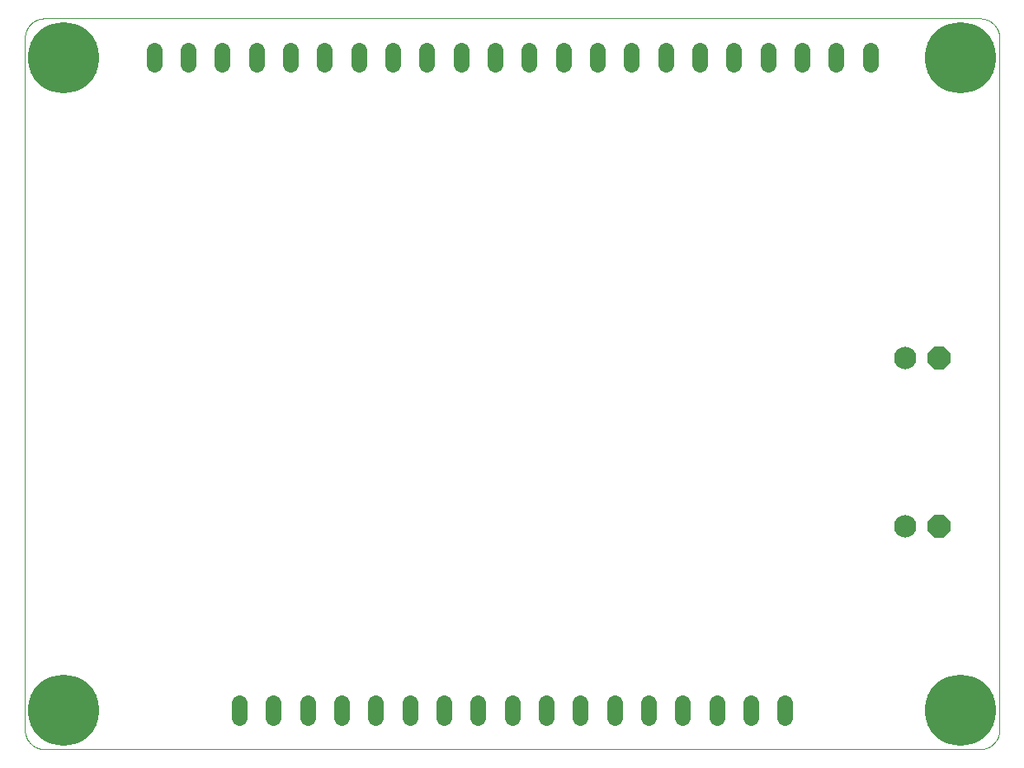
<source format=gbs>
G75*
%MOIN*%
%OFA0B0*%
%FSLAX25Y25*%
%IPPOS*%
%LPD*%
%AMOC8*
5,1,8,0,0,1.08239X$1,22.5*
%
%ADD10C,0.00400*%
%ADD11C,0.09061*%
%ADD12OC8,0.09061*%
%ADD13C,0.06306*%
%ADD14C,0.28746*%
D10*
X0001394Y0009268D02*
X0001394Y0288795D01*
X0001396Y0288985D01*
X0001403Y0289175D01*
X0001415Y0289365D01*
X0001431Y0289555D01*
X0001451Y0289744D01*
X0001477Y0289933D01*
X0001506Y0290121D01*
X0001541Y0290308D01*
X0001580Y0290494D01*
X0001623Y0290679D01*
X0001671Y0290864D01*
X0001723Y0291047D01*
X0001779Y0291228D01*
X0001840Y0291408D01*
X0001906Y0291587D01*
X0001975Y0291764D01*
X0002049Y0291940D01*
X0002127Y0292113D01*
X0002210Y0292285D01*
X0002296Y0292454D01*
X0002386Y0292622D01*
X0002481Y0292787D01*
X0002579Y0292950D01*
X0002682Y0293110D01*
X0002788Y0293268D01*
X0002898Y0293423D01*
X0003011Y0293576D01*
X0003129Y0293726D01*
X0003250Y0293872D01*
X0003374Y0294016D01*
X0003502Y0294157D01*
X0003633Y0294295D01*
X0003768Y0294430D01*
X0003906Y0294561D01*
X0004047Y0294689D01*
X0004191Y0294813D01*
X0004337Y0294934D01*
X0004487Y0295052D01*
X0004640Y0295165D01*
X0004795Y0295275D01*
X0004953Y0295381D01*
X0005113Y0295484D01*
X0005276Y0295582D01*
X0005441Y0295677D01*
X0005609Y0295767D01*
X0005778Y0295853D01*
X0005950Y0295936D01*
X0006123Y0296014D01*
X0006299Y0296088D01*
X0006476Y0296157D01*
X0006655Y0296223D01*
X0006835Y0296284D01*
X0007016Y0296340D01*
X0007199Y0296392D01*
X0007384Y0296440D01*
X0007569Y0296483D01*
X0007755Y0296522D01*
X0007942Y0296557D01*
X0008130Y0296586D01*
X0008319Y0296612D01*
X0008508Y0296632D01*
X0008698Y0296648D01*
X0008888Y0296660D01*
X0009078Y0296667D01*
X0009268Y0296669D01*
X0387220Y0296669D01*
X0387410Y0296667D01*
X0387600Y0296660D01*
X0387790Y0296648D01*
X0387980Y0296632D01*
X0388169Y0296612D01*
X0388358Y0296586D01*
X0388546Y0296557D01*
X0388733Y0296522D01*
X0388919Y0296483D01*
X0389104Y0296440D01*
X0389289Y0296392D01*
X0389472Y0296340D01*
X0389653Y0296284D01*
X0389833Y0296223D01*
X0390012Y0296157D01*
X0390189Y0296088D01*
X0390365Y0296014D01*
X0390538Y0295936D01*
X0390710Y0295853D01*
X0390879Y0295767D01*
X0391047Y0295677D01*
X0391212Y0295582D01*
X0391375Y0295484D01*
X0391535Y0295381D01*
X0391693Y0295275D01*
X0391848Y0295165D01*
X0392001Y0295052D01*
X0392151Y0294934D01*
X0392297Y0294813D01*
X0392441Y0294689D01*
X0392582Y0294561D01*
X0392720Y0294430D01*
X0392855Y0294295D01*
X0392986Y0294157D01*
X0393114Y0294016D01*
X0393238Y0293872D01*
X0393359Y0293726D01*
X0393477Y0293576D01*
X0393590Y0293423D01*
X0393700Y0293268D01*
X0393806Y0293110D01*
X0393909Y0292950D01*
X0394007Y0292787D01*
X0394102Y0292622D01*
X0394192Y0292454D01*
X0394278Y0292285D01*
X0394361Y0292113D01*
X0394439Y0291940D01*
X0394513Y0291764D01*
X0394582Y0291587D01*
X0394648Y0291408D01*
X0394709Y0291228D01*
X0394765Y0291047D01*
X0394817Y0290864D01*
X0394865Y0290679D01*
X0394908Y0290494D01*
X0394947Y0290308D01*
X0394982Y0290121D01*
X0395011Y0289933D01*
X0395037Y0289744D01*
X0395057Y0289555D01*
X0395073Y0289365D01*
X0395085Y0289175D01*
X0395092Y0288985D01*
X0395094Y0288795D01*
X0395094Y0009268D01*
X0395092Y0009078D01*
X0395085Y0008888D01*
X0395073Y0008698D01*
X0395057Y0008508D01*
X0395037Y0008319D01*
X0395011Y0008130D01*
X0394982Y0007942D01*
X0394947Y0007755D01*
X0394908Y0007569D01*
X0394865Y0007384D01*
X0394817Y0007199D01*
X0394765Y0007016D01*
X0394709Y0006835D01*
X0394648Y0006655D01*
X0394582Y0006476D01*
X0394513Y0006299D01*
X0394439Y0006123D01*
X0394361Y0005950D01*
X0394278Y0005778D01*
X0394192Y0005609D01*
X0394102Y0005441D01*
X0394007Y0005276D01*
X0393909Y0005113D01*
X0393806Y0004953D01*
X0393700Y0004795D01*
X0393590Y0004640D01*
X0393477Y0004487D01*
X0393359Y0004337D01*
X0393238Y0004191D01*
X0393114Y0004047D01*
X0392986Y0003906D01*
X0392855Y0003768D01*
X0392720Y0003633D01*
X0392582Y0003502D01*
X0392441Y0003374D01*
X0392297Y0003250D01*
X0392151Y0003129D01*
X0392001Y0003011D01*
X0391848Y0002898D01*
X0391693Y0002788D01*
X0391535Y0002682D01*
X0391375Y0002579D01*
X0391212Y0002481D01*
X0391047Y0002386D01*
X0390879Y0002296D01*
X0390710Y0002210D01*
X0390538Y0002127D01*
X0390365Y0002049D01*
X0390189Y0001975D01*
X0390012Y0001906D01*
X0389833Y0001840D01*
X0389653Y0001779D01*
X0389472Y0001723D01*
X0389289Y0001671D01*
X0389104Y0001623D01*
X0388919Y0001580D01*
X0388733Y0001541D01*
X0388546Y0001506D01*
X0388358Y0001477D01*
X0388169Y0001451D01*
X0387980Y0001431D01*
X0387790Y0001415D01*
X0387600Y0001403D01*
X0387410Y0001396D01*
X0387220Y0001394D01*
X0009268Y0001394D01*
X0009078Y0001396D01*
X0008888Y0001403D01*
X0008698Y0001415D01*
X0008508Y0001431D01*
X0008319Y0001451D01*
X0008130Y0001477D01*
X0007942Y0001506D01*
X0007755Y0001541D01*
X0007569Y0001580D01*
X0007384Y0001623D01*
X0007199Y0001671D01*
X0007016Y0001723D01*
X0006835Y0001779D01*
X0006655Y0001840D01*
X0006476Y0001906D01*
X0006299Y0001975D01*
X0006123Y0002049D01*
X0005950Y0002127D01*
X0005778Y0002210D01*
X0005609Y0002296D01*
X0005441Y0002386D01*
X0005276Y0002481D01*
X0005113Y0002579D01*
X0004953Y0002682D01*
X0004795Y0002788D01*
X0004640Y0002898D01*
X0004487Y0003011D01*
X0004337Y0003129D01*
X0004191Y0003250D01*
X0004047Y0003374D01*
X0003906Y0003502D01*
X0003768Y0003633D01*
X0003633Y0003768D01*
X0003502Y0003906D01*
X0003374Y0004047D01*
X0003250Y0004191D01*
X0003129Y0004337D01*
X0003011Y0004487D01*
X0002898Y0004640D01*
X0002788Y0004795D01*
X0002682Y0004953D01*
X0002579Y0005113D01*
X0002481Y0005276D01*
X0002386Y0005441D01*
X0002296Y0005609D01*
X0002210Y0005778D01*
X0002127Y0005950D01*
X0002049Y0006123D01*
X0001975Y0006299D01*
X0001906Y0006476D01*
X0001840Y0006655D01*
X0001779Y0006835D01*
X0001723Y0007016D01*
X0001671Y0007199D01*
X0001623Y0007384D01*
X0001580Y0007569D01*
X0001541Y0007755D01*
X0001506Y0007942D01*
X0001477Y0008130D01*
X0001451Y0008319D01*
X0001431Y0008508D01*
X0001415Y0008698D01*
X0001403Y0008888D01*
X0001396Y0009078D01*
X0001394Y0009268D01*
D11*
X0357004Y0091394D03*
X0357004Y0159519D03*
D12*
X0370783Y0159519D03*
X0370783Y0091394D03*
D13*
X0308480Y0020094D02*
X0308480Y0014189D01*
X0294701Y0014189D02*
X0294701Y0020094D01*
X0280921Y0020094D02*
X0280921Y0014189D01*
X0267142Y0014189D02*
X0267142Y0020094D01*
X0253362Y0020094D02*
X0253362Y0014189D01*
X0239583Y0014189D02*
X0239583Y0020094D01*
X0225803Y0020094D02*
X0225803Y0014189D01*
X0212024Y0014189D02*
X0212024Y0020094D01*
X0198244Y0020094D02*
X0198244Y0014189D01*
X0184465Y0014189D02*
X0184465Y0020094D01*
X0170685Y0020094D02*
X0170685Y0014189D01*
X0156906Y0014189D02*
X0156906Y0020094D01*
X0143126Y0020094D02*
X0143126Y0014189D01*
X0129346Y0014189D02*
X0129346Y0020094D01*
X0115567Y0020094D02*
X0115567Y0014189D01*
X0101787Y0014189D02*
X0101787Y0020094D01*
X0088008Y0020094D02*
X0088008Y0014189D01*
X0094898Y0277969D02*
X0094898Y0283874D01*
X0108677Y0283874D02*
X0108677Y0277969D01*
X0122457Y0277969D02*
X0122457Y0283874D01*
X0136236Y0283874D02*
X0136236Y0277969D01*
X0150016Y0277969D02*
X0150016Y0283874D01*
X0163795Y0283874D02*
X0163795Y0277969D01*
X0177575Y0277969D02*
X0177575Y0283874D01*
X0191354Y0283874D02*
X0191354Y0277969D01*
X0205134Y0277969D02*
X0205134Y0283874D01*
X0218913Y0283874D02*
X0218913Y0277969D01*
X0232693Y0277969D02*
X0232693Y0283874D01*
X0246472Y0283874D02*
X0246472Y0277969D01*
X0260252Y0277969D02*
X0260252Y0283874D01*
X0274031Y0283874D02*
X0274031Y0277969D01*
X0287811Y0277969D02*
X0287811Y0283874D01*
X0301591Y0283874D02*
X0301591Y0277969D01*
X0315370Y0277969D02*
X0315370Y0283874D01*
X0329150Y0283874D02*
X0329150Y0277969D01*
X0342929Y0277969D02*
X0342929Y0283874D01*
X0081118Y0283874D02*
X0081118Y0277969D01*
X0067339Y0277969D02*
X0067339Y0283874D01*
X0053559Y0283874D02*
X0053559Y0277969D01*
D14*
X0017142Y0280921D03*
X0017142Y0017142D03*
X0379346Y0017142D03*
X0379346Y0280921D03*
M02*

</source>
